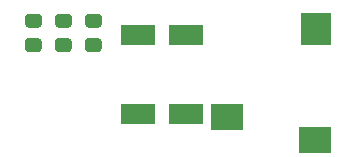
<source format=gbr>
%TF.GenerationSoftware,KiCad,Pcbnew,(5.1.6)-1*%
%TF.CreationDate,2024-02-19T11:36:57-05:00*%
%TF.ProjectId,GB-DMG-Pro-Headphone-PCB,47422d44-4d47-42d5-9072-6f2d48656164,0*%
%TF.SameCoordinates,Original*%
%TF.FileFunction,Paste,Top*%
%TF.FilePolarity,Positive*%
%FSLAX46Y46*%
G04 Gerber Fmt 4.6, Leading zero omitted, Abs format (unit mm)*
G04 Created by KiCad (PCBNEW (5.1.6)-1) date 2024-02-19 11:36:57*
%MOMM*%
%LPD*%
G01*
G04 APERTURE LIST*
%ADD10R,2.900000X1.800000*%
%ADD11R,2.800000X2.200000*%
%ADD12R,2.600000X2.800000*%
G04 APERTURE END LIST*
D10*
%TO.C,C1*%
X156972500Y-103060500D03*
X160972500Y-103060500D03*
%TD*%
%TO.C,C2*%
X160972000Y-109728000D03*
X156972000Y-109728000D03*
%TD*%
%TO.C,L1*%
G36*
G01*
X152711999Y-103311000D02*
X153612001Y-103311000D01*
G75*
G02*
X153862000Y-103560999I0J-249999D01*
G01*
X153862000Y-104211001D01*
G75*
G02*
X153612001Y-104461000I-249999J0D01*
G01*
X152711999Y-104461000D01*
G75*
G02*
X152462000Y-104211001I0J249999D01*
G01*
X152462000Y-103560999D01*
G75*
G02*
X152711999Y-103311000I249999J0D01*
G01*
G37*
G36*
G01*
X152711999Y-101261000D02*
X153612001Y-101261000D01*
G75*
G02*
X153862000Y-101510999I0J-249999D01*
G01*
X153862000Y-102161001D01*
G75*
G02*
X153612001Y-102411000I-249999J0D01*
G01*
X152711999Y-102411000D01*
G75*
G02*
X152462000Y-102161001I0J249999D01*
G01*
X152462000Y-101510999D01*
G75*
G02*
X152711999Y-101261000I249999J0D01*
G01*
G37*
%TD*%
%TO.C,L2*%
G36*
G01*
X150171999Y-101261000D02*
X151072001Y-101261000D01*
G75*
G02*
X151322000Y-101510999I0J-249999D01*
G01*
X151322000Y-102161001D01*
G75*
G02*
X151072001Y-102411000I-249999J0D01*
G01*
X150171999Y-102411000D01*
G75*
G02*
X149922000Y-102161001I0J249999D01*
G01*
X149922000Y-101510999D01*
G75*
G02*
X150171999Y-101261000I249999J0D01*
G01*
G37*
G36*
G01*
X150171999Y-103311000D02*
X151072001Y-103311000D01*
G75*
G02*
X151322000Y-103560999I0J-249999D01*
G01*
X151322000Y-104211001D01*
G75*
G02*
X151072001Y-104461000I-249999J0D01*
G01*
X150171999Y-104461000D01*
G75*
G02*
X149922000Y-104211001I0J249999D01*
G01*
X149922000Y-103560999D01*
G75*
G02*
X150171999Y-103311000I249999J0D01*
G01*
G37*
%TD*%
%TO.C,L3*%
G36*
G01*
X147631999Y-101261000D02*
X148532001Y-101261000D01*
G75*
G02*
X148782000Y-101510999I0J-249999D01*
G01*
X148782000Y-102161001D01*
G75*
G02*
X148532001Y-102411000I-249999J0D01*
G01*
X147631999Y-102411000D01*
G75*
G02*
X147382000Y-102161001I0J249999D01*
G01*
X147382000Y-101510999D01*
G75*
G02*
X147631999Y-101261000I249999J0D01*
G01*
G37*
G36*
G01*
X147631999Y-103311000D02*
X148532001Y-103311000D01*
G75*
G02*
X148782000Y-103560999I0J-249999D01*
G01*
X148782000Y-104211001D01*
G75*
G02*
X148532001Y-104461000I-249999J0D01*
G01*
X147631999Y-104461000D01*
G75*
G02*
X147382000Y-104211001I0J249999D01*
G01*
X147382000Y-103560999D01*
G75*
G02*
X147631999Y-103311000I249999J0D01*
G01*
G37*
%TD*%
D11*
%TO.C,J3*%
X171894500Y-111950500D03*
D12*
X171994500Y-102550500D03*
D11*
X164494500Y-109950500D03*
%TD*%
M02*

</source>
